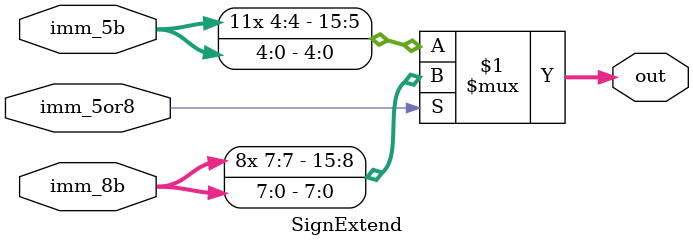
<source format=v>
`timescale 1ns / 1ps
module SignExtend(//for LDR STR ADDI SUBI B JAL
    input [7:0]imm_8b,
	 input [4:0]imm_5b,
	 input imm_5or8,//5 == 0 ,8 == 1
	 output [15:0]out
    );
	 
	 assign out = (imm_5or8) ? {{8{imm_8b[7]}},imm_8b}:{{11{imm_5b[4]}},imm_5b};


endmodule

</source>
